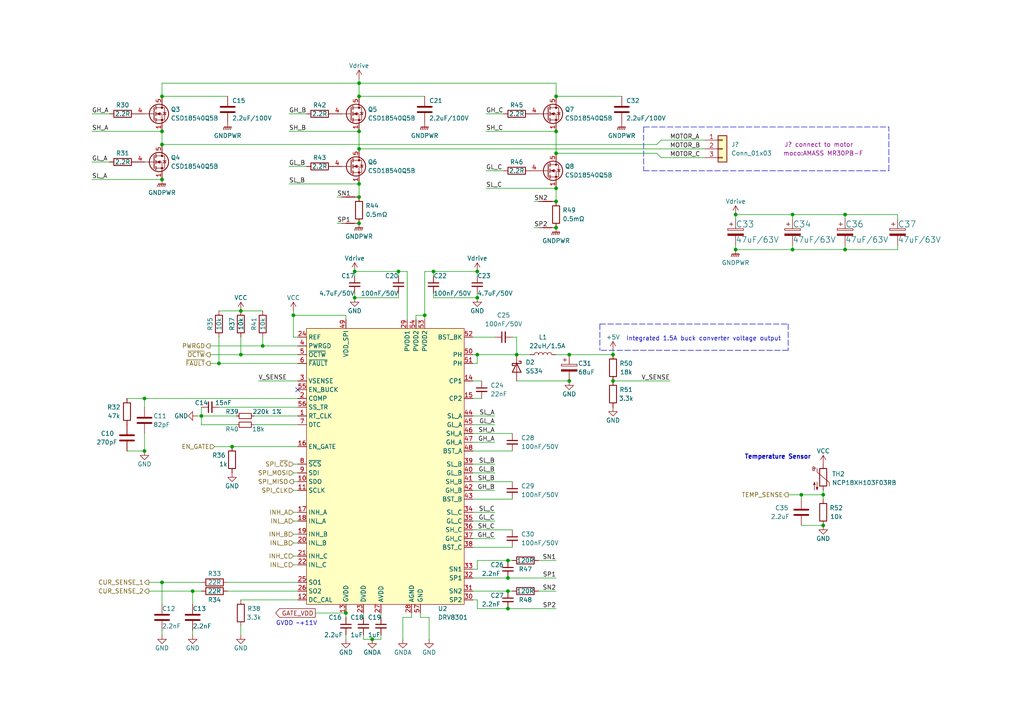
<source format=kicad_sch>
(kicad_sch (version 20211123) (generator eeschema)
  (paper "A4")
  (title_block (title "MoCo") (rev "1.0"))
  (lib_symbols
    (symbol "Connector_Generic:Conn_01x03" (pin_names (offset 1.016) hide)
      (property "Reference" "J" (at 0 5.08 0))
      (property "Value" "Conn_01x03" (at 0 -5.08 0))
      (symbol "Conn_01x03_1_1"
        (pin passive line (at -5.08 2.54 0) (length 3.81) (name "Pin_1") (number "1"))
        (pin passive line (at -5.08 0 0) (length 3.81) (name "Pin_2") (number "2"))
        (pin passive line (at -5.08 -2.54 0) (length 3.81) (name "Pin_3") (number "3"))
      )
    )
    (symbol "Device:C" (pin_numbers hide) (pin_names (offset 0.254))
      (property "Reference" "C" (at 0.635 2.54 0))
      (property "Value" "C" (at 0.635 -2.54 0))
      (symbol "C_1_1"
        (pin passive line (at 0 3.81 270) (length 2.794) (name "~") (number "1"))
        (pin passive line (at 0 -3.81 90) (length 2.794) (name "~") (number "2"))
      )
    )
    (symbol "Device:C_Polarized" (pin_numbers hide) (pin_names (offset 0.254))
      (property "Reference" "C" (at 0.635 2.54 0))
      (property "Value" "C_Polarized" (at 0.635 -2.54 0))
      (symbol "C_Polarized_1_1"
        (pin passive line (at 0 3.81 270) (length 2.794) (name "~") (number "1"))
        (pin passive line (at 0 -3.81 90) (length 2.794) (name "~") (number "2"))
      )
    )
    (symbol "Device:C_Small" (pin_numbers hide) (pin_names (offset 0.254) hide)
      (property "Reference" "C" (at 0.254 1.778 0))
      (property "Value" "C_Small" (at 0.254 -2.032 0))
      (symbol "C_Small_1_1"
        (pin passive line (at 0 2.54 270) (length 2.032) (name "~") (number "1"))
        (pin passive line (at 0 -2.54 90) (length 2.032) (name "~") (number "2"))
      )
    )
    (symbol "Device:L" (pin_numbers hide) (pin_names (offset 1.016) hide)
      (property "Reference" "L" (at -1.27 0 90))
      (property "Value" "L" (at 1.905 0 90))
      (symbol "L_1_1"
        (pin passive line (at 0 3.81 270) (length 1.27) (name "1") (number "1"))
        (pin passive line (at 0 -3.81 90) (length 1.27) (name "2") (number "2"))
      )
    )
    (symbol "Device:NetTie_2" (pin_numbers hide) (pin_names (offset 0) hide)
      (property "Reference" "NT" (at 0 1.27 0))
      (property "Value" "NetTie_2" (at 0 -1.27 0))
      (symbol "NetTie_2_1_1"
        (pin passive line (at -2.54 0 0) (length 2.54) (name "1") (number "1"))
        (pin passive line (at 2.54 0 180) (length 2.54) (name "2") (number "2"))
      )
    )
    (symbol "Device:R" (pin_numbers hide) (pin_names (offset 0))
      (property "Reference" "R" (at 2.032 0 90))
      (property "Value" "R" (at 0 0 90))
      (symbol "R_1_1"
        (pin passive line (at 0 3.81 270) (length 1.27) (name "~") (number "1"))
        (pin passive line (at 0 -3.81 90) (length 1.27) (name "~") (number "2"))
      )
    )
    (symbol "Device:R_Small" (pin_numbers hide) (pin_names (offset 0.254) hide)
      (property "Reference" "R" (at 0.762 0.508 0))
      (property "Value" "R_Small" (at 0.762 -1.016 0))
      (symbol "R_Small_1_1"
        (pin passive line (at 0 2.54 270) (length 0.762) (name "~") (number "1"))
        (pin passive line (at 0 -2.54 90) (length 0.762) (name "~") (number "2"))
      )
    )
    (symbol "Device:Thermistor_NTC" (pin_numbers hide) (pin_names (offset 0))
      (property "Reference" "TH" (at -4.445 0 90))
      (property "Value" "Thermistor_NTC" (at 3.175 0 90))
      (symbol "Thermistor_NTC_1_1"
        (pin passive line (at 0 3.81 270) (length 1.27) (name "~") (number "1"))
        (pin passive line (at 0 -3.81 90) (length 1.27) (name "~") (number "2"))
      )
    )
    (symbol "Diode:MBR340" (pin_numbers hide) (pin_names (offset 1.016) hide)
      (property "Reference" "D" (at 0 2.54 0))
      (property "Value" "MBR340" (at 0 -2.54 0))
      (symbol "MBR340_1_1"
        (pin passive line (at -3.81 0 0) (length 2.54) (name "K") (number "1"))
        (pin passive line (at 3.81 0 180) (length 2.54) (name "A") (number "2"))
      )
    )
    (symbol "Transistor_FET:CSD18540Q5B" (pin_names hide)
      (property "Reference" "Q" (at 5.08 1.905 0))
      (property "Value" "CSD18540Q5B" (at 5.08 0 0))
      (symbol "CSD18540Q5B_1_1"
        (pin passive line (at 2.54 -5.08 90) (length 2.54) (name "S") (number "1"))
        (pin passive line (at 2.54 -5.08 90) (length 2.54) hide (name "S") (number "2"))
        (pin passive line (at 2.54 -5.08 90) (length 2.54) hide (name "S") (number "3"))
        (pin passive line (at -5.08 0 0) (length 2.54) (name "G") (number "4"))
        (pin passive line (at 2.54 5.08 270) (length 2.54) (name "D") (number "5"))
      )
    )
    (symbol "moco:DRV8301"
      (property "Reference" "U" (at 16.51 -39.37 0))
      (property "Value" "DRV8301" (at 20.32 -41.91 0))
      (symbol "DRV8301_0_0"
        (pin input line (at -26.67 16.51 0) (length 2.54) (name "RT_CLK") (number "1"))
        (pin output line (at -26.67 -2.54 0) (length 2.54) (name "SDO") (number "10"))
        (pin input line (at -26.67 -5.08 0) (length 2.54) (name "SCLK") (number "11"))
        (pin input line (at -26.67 -36.83 0) (length 2.54) (name "DC_CAL") (number "12"))
        (pin power_in line (at -12.7 -40.64 90) (length 2.54) (name "GVDD") (number "13"))
        (pin power_in line (at 24.13 26.67 180) (length 2.54) (name "CP1") (number "14"))
        (pin power_in line (at 24.13 21.59 180) (length 2.54) (name "CP2") (number "15"))
        (pin input line (at -26.67 7.62 0) (length 2.54) (name "EN_GATE") (number "16"))
        (pin input line (at -26.67 -11.43 0) (length 2.54) (name "INH_A") (number "17"))
        (pin input line (at -26.67 -13.97 0) (length 2.54) (name "INL_A") (number "18"))
        (pin input line (at -26.67 -17.78 0) (length 2.54) (name "INH_B") (number "19"))
        (pin output line (at -26.67 21.59 0) (length 2.54) (name "COMP") (number "2"))
        (pin input line (at -26.67 -20.32 0) (length 2.54) (name "INL_B") (number "20"))
        (pin input line (at -26.67 -24.13 0) (length 2.54) (name "INH_C") (number "21"))
        (pin input line (at -26.67 -26.67 0) (length 2.54) (name "INL_C") (number "22"))
        (pin power_in line (at -7.62 -40.64 90) (length 2.54) (name "DVDD") (number "23"))
        (pin input line (at -26.67 39.37 0) (length 2.54) (name "REF") (number "24"))
        (pin output line (at -26.67 -31.75 0) (length 2.54) (name "SO1") (number "25"))
        (pin output line (at -26.67 -34.29 0) (length 2.54) (name "SO2") (number "26"))
        (pin power_in line (at -2.54 -40.64 90) (length 2.54) (name "AVDD") (number "27"))
        (pin power_in line (at 6.35 -40.64 90) (length 2.54) (name "AGND") (number "28"))
        (pin power_in line (at 5.08 44.45 270) (length 2.54) (name "PVDD1") (number "29"))
        (pin input line (at -26.67 26.67 0) (length 2.54) (name "VSENSE") (number "3"))
        (pin input line (at 24.13 -36.83 180) (length 2.54) (name "SP2") (number "30"))
        (pin input line (at 24.13 -34.29 180) (length 2.54) (name "SN2") (number "31"))
        (pin input line (at 24.13 -30.48 180) (length 2.54) (name "SP1") (number "32"))
        (pin input line (at 24.13 -27.94 180) (length 2.54) (name "SN1") (number "33"))
        (pin input line (at 24.13 -11.43 180) (length 2.54) (name "SL_C") (number "34"))
        (pin output line (at 24.13 -13.97 180) (length 2.54) (name "GL_C") (number "35"))
        (pin input line (at 24.13 -16.51 180) (length 2.54) (name "SH_C") (number "36"))
        (pin output line (at 24.13 -19.05 180) (length 2.54) (name "GH_C") (number "37"))
        (pin power_in line (at 24.13 -21.59 180) (length 2.54) (name "BST_C") (number "38"))
        (pin input line (at 24.13 2.54 180) (length 2.54) (name "SL_B") (number "39"))
        (pin output line (at -26.67 36.83 0) (length 2.54) (name "PWRGD") (number "4"))
        (pin output line (at 24.13 0 180) (length 2.54) (name "GL_B") (number "40"))
        (pin input line (at 24.13 -2.54 180) (length 2.54) (name "SH_B") (number "41"))
        (pin output line (at 24.13 -5.08 180) (length 2.54) (name "GH_B") (number "42"))
        (pin power_in line (at 24.13 -7.62 180) (length 2.54) (name "BST_B") (number "43"))
        (pin input line (at 24.13 16.51 180) (length 2.54) (name "SL_A") (number "44"))
        (pin output line (at 24.13 13.97 180) (length 2.54) (name "GL_A") (number "45"))
        (pin input line (at 24.13 11.43 180) (length 2.54) (name "SH_A") (number "46"))
        (pin output line (at 24.13 8.89 180) (length 2.54) (name "GH_A") (number "47"))
        (pin power_in line (at 24.13 6.35 180) (length 2.54) (name "BST_A") (number "48"))
        (pin power_in line (at -12.7 44.45 270) (length 2.54) (name "VDD_SPI") (number "49"))
        (pin output line (at -26.67 34.29 0) (length 2.54) (name "~{OCTW}") (number "5"))
        (pin output line (at 24.13 34.29 180) (length 2.54) (name "PH") (number "50"))
        (pin output line (at 24.13 31.75 180) (length 2.54) (name "PH") (number "51"))
        (pin power_in line (at 24.13 39.37 180) (length 2.54) (name "BST_BK") (number "52"))
        (pin power_in line (at 10.16 44.45 270) (length 2.54) (name "PVDD2") (number "53"))
        (pin power_in line (at 7.62 44.45 270) (length 2.54) (name "PVDD2") (number "54"))
        (pin input line (at -26.67 24.13 0) (length 2.54) (name "EN_BUCK") (number "55"))
        (pin input line (at -26.67 19.05 0) (length 2.54) (name "SS_TR") (number "56"))
        (pin power_in line (at 8.89 -40.64 90) (length 2.54) (name "GND") (number "57"))
        (pin output line (at -26.67 31.75 0) (length 2.54) (name "~{FAULT}") (number "6"))
        (pin input line (at -26.67 13.97 0) (length 2.54) (name "DTC") (number "7"))
        (pin input line (at -26.67 2.54 0) (length 2.54) (name "~{SCS}") (number "8"))
        (pin input line (at -26.67 0 0) (length 2.54) (name "SDI") (number "9"))
      )
    )
    (symbol "power:+5V" (power) (pin_names (offset 0))
      (property "Value" "+5V" (at 0 3.556 0))
      (symbol "+5V_1_1"
        (pin power_in line (at 0 0 90) (length 0) hide (name "+5V") (number "1"))
      )
    )
    (symbol "power:GND" (power) (pin_names (offset 0))
      (property "Value" "GND" (at 0 -3.81 0))
      (symbol "GND_1_1"
        (pin power_in line (at 0 0 270) (length 0) hide (name "GND") (number "1"))
      )
    )
    (symbol "power:GNDA" (power) (pin_names (offset 0))
      (property "Value" "GNDA" (at 0 -3.81 0))
      (symbol "GNDA_1_1"
        (pin power_in line (at 0 0 270) (length 0) hide (name "GNDA") (number "1"))
      )
    )
    (symbol "power:GNDPWR" (power) (pin_names (offset 0))
      (property "Value" "GNDPWR" (at 0 -3.302 0))
      (symbol "GNDPWR_1_1"
        (pin power_in line (at 0 0 270) (length 0) hide (name "GNDPWR") (number "1"))
      )
    )
    (symbol "power:VCC" (power) (pin_names (offset 0))
      (property "Value" "VCC" (at 0 3.81 0))
      (symbol "VCC_1_1"
        (pin power_in line (at 0 0 90) (length 0) hide (name "VCC") (number "1"))
      )
    )
    (symbol "power:Vdrive" (power) (pin_names (offset 0))
      (property "Value" "Vdrive" (at 0 3.81 0))
      (symbol "Vdrive_1_1"
        (pin power_in line (at 0 0 90) (length 0) hide (name "Vdrive") (number "1"))
      )
    )
  )
  (junction (at 104.14 27.94))
  (junction (at 165.1 102.87))
  (junction (at 161.29 38.1))
  (junction (at 213.36 62.23))
  (junction (at 58.42 120.65))
  (junction (at 138.43 102.87))
  (junction (at 100.33 177.8))
  (junction (at 149.86 102.87))
  (junction (at 238.76 152.4))
  (junction (at 115.57 78.74))
  (junction (at 229.87 62.23))
  (junction (at 177.8 110.49))
  (junction (at 55.88 171.45))
  (junction (at 102.87 86.36))
  (junction (at 46.99 27.94))
  (junction (at 46.99 41.91))
  (junction (at 104.14 57.15))
  (junction (at 46.99 38.1))
  (junction (at 213.36 72.39))
  (junction (at 41.91 115.57))
  (junction (at 161.29 58.42))
  (junction (at 123.19 91.44))
  (junction (at 76.2 100.33))
  (junction (at 104.14 64.77))
  (junction (at 104.14 43.18))
  (junction (at 147.32 167.64))
  (junction (at 125.73 78.74))
  (junction (at 138.43 78.74))
  (junction (at 161.29 44.45))
  (junction (at 229.87 72.39))
  (junction (at 41.91 130.81))
  (junction (at 177.8 102.87))
  (junction (at 147.32 171.45))
  (junction (at 46.99 168.91))
  (junction (at 85.09 91.44))
  (junction (at 161.29 66.04))
  (junction (at 102.87 78.74))
  (junction (at 161.29 54.61))
  (junction (at 165.1 110.49))
  (junction (at 104.14 38.1))
  (junction (at 161.29 27.94))
  (junction (at 138.43 86.36))
  (junction (at 69.85 102.87))
  (junction (at 69.85 90.17))
  (junction (at 147.32 176.53))
  (junction (at 67.31 129.54))
  (junction (at 107.95 185.42))
  (junction (at 104.14 53.34))
  (junction (at 63.5 105.41))
  (junction (at 245.11 72.39))
  (junction (at 104.14 24.13))
  (junction (at 238.76 143.51))
  (junction (at 46.99 52.07))
  (junction (at 245.11 62.23))
  (junction (at 232.41 143.51))
  (junction (at 147.32 162.56))
  (no_connect (at 86.36 113.03))
  (wire (pts (xy 85.09 161.29) (xy 86.36 161.29)))
  (wire (pts (xy 260.35 72.39) (xy 245.11 72.39)))
  (wire (pts (xy 46.99 38.1) (xy 46.99 41.91)))
  (wire (pts (xy 105.41 185.42) (xy 107.95 185.42)))
  (wire (pts (xy 149.86 97.79) (xy 149.86 102.87)))
  (wire (pts (xy 69.85 173.99) (xy 86.36 173.99)))
  (wire (pts (xy 63.5 97.79) (xy 63.5 105.41)))
  (wire (pts (xy 58.42 118.11) (xy 58.42 120.65)))
  (wire (pts (xy 232.41 143.51) (xy 232.41 144.78)))
  (wire (pts (xy 85.09 91.44) (xy 100.33 91.44)))
  (wire (pts (xy 116.84 179.07) (xy 116.84 185.42)))
  (wire (pts (xy 124.46 179.07) (xy 124.46 185.42)))
  (wire (pts (xy 137.16 105.41) (xy 138.43 105.41)))
  (wire (pts (xy 73.66 120.65) (xy 86.36 120.65)))
  (wire (pts (xy 43.18 171.45) (xy 55.88 171.45)))
  (wire (pts (xy 138.43 165.1) (xy 138.43 162.56)))
  (wire (pts (xy 161.29 102.87) (xy 165.1 102.87)))
  (wire (pts (xy 137.16 167.64) (xy 147.32 167.64)))
  (wire (pts (xy 102.87 80.01) (xy 102.87 78.74)))
  (wire (pts (xy 123.19 91.44) (xy 123.19 92.71)))
  (wire (pts (xy 85.09 148.59) (xy 86.36 148.59)))
  (wire (pts (xy 85.09 139.7) (xy 86.36 139.7)))
  (wire (pts (xy 55.88 184.15) (xy 55.88 182.88)))
  (wire (pts (xy 213.36 62.23) (xy 213.36 63.5)))
  (polyline (pts (xy 228.6 101.6) (xy 173.99 101.6)))
  (wire (pts (xy 143.51 137.16) (xy 137.16 137.16)))
  (wire (pts (xy 85.09 91.44) (xy 85.09 97.79)))
  (wire (pts (xy 76.2 97.79) (xy 76.2 100.33)))
  (wire (pts (xy 137.16 173.99) (xy 138.43 173.99)))
  (wire (pts (xy 115.57 86.36) (xy 115.57 85.09)))
  (wire (pts (xy 85.09 163.83) (xy 86.36 163.83)))
  (wire (pts (xy 229.87 62.23) (xy 229.87 63.5)))
  (wire (pts (xy 118.11 78.74) (xy 115.57 78.74)))
  (wire (pts (xy 46.99 41.91) (xy 190.5 41.91)))
  (wire (pts (xy 147.32 162.56) (xy 148.59 162.56)))
  (wire (pts (xy 238.76 143.51) (xy 238.76 142.24)))
  (wire (pts (xy 41.91 130.81) (xy 41.91 125.73)))
  (wire (pts (xy 83.82 33.02) (xy 88.9 33.02)))
  (wire (pts (xy 115.57 86.36) (xy 102.87 86.36)))
  (wire (pts (xy 104.14 38.1) (xy 104.14 43.18)))
  (wire (pts (xy 143.51 123.19) (xy 137.16 123.19)))
  (wire (pts (xy 125.73 86.36) (xy 138.43 86.36)))
  (wire (pts (xy 149.86 102.87) (xy 153.67 102.87)))
  (wire (pts (xy 41.91 115.57) (xy 86.36 115.57)))
  (wire (pts (xy 120.65 91.44) (xy 123.19 91.44)))
  (wire (pts (xy 140.97 38.1) (xy 161.29 38.1)))
  (polyline (pts (xy 257.81 49.53) (xy 257.81 36.83)))
  (wire (pts (xy 232.41 143.51) (xy 238.76 143.51)))
  (polyline (pts (xy 173.99 93.98) (xy 173.99 101.6)))
  (wire (pts (xy 213.36 72.39) (xy 229.87 72.39)))
  (wire (pts (xy 123.19 78.74) (xy 125.73 78.74)))
  (wire (pts (xy 121.92 179.07) (xy 124.46 179.07)))
  (wire (pts (xy 125.73 86.36) (xy 125.73 85.09)))
  (wire (pts (xy 69.85 90.17) (xy 76.2 90.17)))
  (wire (pts (xy 177.8 101.6) (xy 177.8 102.87)))
  (wire (pts (xy 137.16 102.87) (xy 138.43 102.87)))
  (wire (pts (xy 161.29 27.94) (xy 180.34 27.94)))
  (wire (pts (xy 66.04 168.91) (xy 86.36 168.91)))
  (wire (pts (xy 137.16 97.79) (xy 143.51 97.79)))
  (wire (pts (xy 63.5 105.41) (xy 86.36 105.41)))
  (wire (pts (xy 213.36 72.39) (xy 213.36 71.12)))
  (wire (pts (xy 190.5 44.45) (xy 191.77 45.72)))
  (wire (pts (xy 104.14 53.34) (xy 104.14 57.15)))
  (wire (pts (xy 105.41 185.42) (xy 105.41 184.15)))
  (wire (pts (xy 100.33 185.42) (xy 100.33 184.15)))
  (wire (pts (xy 138.43 176.53) (xy 147.32 176.53)))
  (wire (pts (xy 85.09 90.17) (xy 85.09 91.44)))
  (wire (pts (xy 97.79 57.15) (xy 99.06 57.15)))
  (wire (pts (xy 67.31 129.54) (xy 86.36 129.54)))
  (wire (pts (xy 102.87 85.09) (xy 102.87 86.36)))
  (wire (pts (xy 165.1 102.87) (xy 177.8 102.87)))
  (wire (pts (xy 26.67 46.99) (xy 31.75 46.99)))
  (wire (pts (xy 245.11 62.23) (xy 245.11 63.5)))
  (wire (pts (xy 191.77 45.72) (xy 204.47 45.72)))
  (wire (pts (xy 97.79 64.77) (xy 99.06 64.77)))
  (wire (pts (xy 137.16 153.67) (xy 148.59 153.67)))
  (wire (pts (xy 161.29 44.45) (xy 190.5 44.45)))
  (wire (pts (xy 46.99 168.91) (xy 58.42 168.91)))
  (wire (pts (xy 105.41 179.07) (xy 105.41 177.8)))
  (wire (pts (xy 140.97 54.61) (xy 161.29 54.61)))
  (wire (pts (xy 245.11 62.23) (xy 260.35 62.23)))
  (wire (pts (xy 161.29 176.53) (xy 147.32 176.53)))
  (wire (pts (xy 62.23 129.54) (xy 67.31 129.54)))
  (wire (pts (xy 104.14 24.13) (xy 161.29 24.13)))
  (wire (pts (xy 121.92 177.8) (xy 121.92 179.07)))
  (wire (pts (xy 100.33 91.44) (xy 100.33 92.71)))
  (wire (pts (xy 43.18 168.91) (xy 46.99 168.91)))
  (wire (pts (xy 58.42 120.65) (xy 58.42 123.19)))
  (wire (pts (xy 156.21 162.56) (xy 161.29 162.56)))
  (wire (pts (xy 66.04 171.45) (xy 86.36 171.45)))
  (wire (pts (xy 148.59 144.78) (xy 137.16 144.78)))
  (polyline (pts (xy 186.69 36.83) (xy 186.69 49.53)))
  (wire (pts (xy 104.14 43.18) (xy 204.47 43.18)))
  (wire (pts (xy 161.29 38.1) (xy 161.29 44.45)))
  (wire (pts (xy 229.87 62.23) (xy 245.11 62.23)))
  (wire (pts (xy 60.96 102.87) (xy 69.85 102.87)))
  (wire (pts (xy 260.35 71.12) (xy 260.35 72.39)))
  (wire (pts (xy 161.29 24.13) (xy 161.29 27.94)))
  (wire (pts (xy 125.73 78.74) (xy 138.43 78.74)))
  (wire (pts (xy 69.85 102.87) (xy 86.36 102.87)))
  (wire (pts (xy 143.51 156.21) (xy 137.16 156.21)))
  (wire (pts (xy 85.09 134.62) (xy 86.36 134.62)))
  (wire (pts (xy 76.2 100.33) (xy 86.36 100.33)))
  (wire (pts (xy 73.66 123.19) (xy 86.36 123.19)))
  (wire (pts (xy 143.51 128.27) (xy 137.16 128.27)))
  (wire (pts (xy 138.43 162.56) (xy 147.32 162.56)))
  (wire (pts (xy 60.96 105.41) (xy 63.5 105.41)))
  (wire (pts (xy 104.14 24.13) (xy 104.14 27.94)))
  (wire (pts (xy 143.51 134.62) (xy 137.16 134.62)))
  (wire (pts (xy 83.82 48.26) (xy 88.9 48.26)))
  (wire (pts (xy 190.5 41.91) (xy 191.77 40.64)))
  (wire (pts (xy 107.95 185.42) (xy 110.49 185.42)))
  (wire (pts (xy 85.09 137.16) (xy 86.36 137.16)))
  (wire (pts (xy 69.85 97.79) (xy 69.85 102.87)))
  (polyline (pts (xy 186.69 36.83) (xy 257.81 36.83)))
  (wire (pts (xy 137.16 171.45) (xy 147.32 171.45)))
  (wire (pts (xy 119.38 179.07) (xy 116.84 179.07)))
  (wire (pts (xy 143.51 148.59) (xy 137.16 148.59)))
  (wire (pts (xy 161.29 171.45) (xy 156.21 171.45)))
  (wire (pts (xy 143.51 151.13) (xy 137.16 151.13)))
  (wire (pts (xy 60.96 100.33) (xy 76.2 100.33)))
  (wire (pts (xy 46.99 184.15) (xy 46.99 182.88)))
  (wire (pts (xy 147.32 171.45) (xy 148.59 171.45)))
  (wire (pts (xy 110.49 179.07) (xy 110.49 177.8)))
  (wire (pts (xy 85.09 151.13) (xy 86.36 151.13)))
  (wire (pts (xy 58.42 123.19) (xy 68.58 123.19)))
  (wire (pts (xy 36.83 115.57) (xy 41.91 115.57)))
  (wire (pts (xy 85.09 142.24) (xy 86.36 142.24)))
  (wire (pts (xy 229.87 72.39) (xy 229.87 71.12)))
  (wire (pts (xy 46.99 24.13) (xy 46.99 27.94)))
  (wire (pts (xy 232.41 152.4) (xy 238.76 152.4)))
  (wire (pts (xy 91.44 177.8) (xy 100.33 177.8)))
  (wire (pts (xy 260.35 62.23) (xy 260.35 63.5)))
  (wire (pts (xy 138.43 165.1) (xy 137.16 165.1)))
  (wire (pts (xy 245.11 72.39) (xy 245.11 71.12)))
  (wire (pts (xy 119.38 179.07) (xy 119.38 177.8)))
  (wire (pts (xy 55.88 175.26) (xy 55.88 171.45)))
  (wire (pts (xy 26.67 38.1) (xy 46.99 38.1)))
  (wire (pts (xy 143.51 120.65) (xy 137.16 120.65)))
  (wire (pts (xy 118.11 78.74) (xy 118.11 92.71)))
  (wire (pts (xy 148.59 158.75) (xy 137.16 158.75)))
  (wire (pts (xy 85.09 154.94) (xy 86.36 154.94)))
  (wire (pts (xy 138.43 85.09) (xy 138.43 86.36)))
  (wire (pts (xy 140.97 49.53) (xy 146.05 49.53)))
  (polyline (pts (xy 228.6 93.98) (xy 228.6 101.6)))
  (wire (pts (xy 154.94 66.04) (xy 156.21 66.04)))
  (wire (pts (xy 238.76 143.51) (xy 238.76 144.78)))
  (wire (pts (xy 58.42 120.65) (xy 68.58 120.65)))
  (wire (pts (xy 148.59 97.79) (xy 149.86 97.79)))
  (wire (pts (xy 74.93 110.49) (xy 86.36 110.49)))
  (wire (pts (xy 41.91 130.81) (xy 36.83 130.81)))
  (wire (pts (xy 104.14 27.94) (xy 123.19 27.94)))
  (wire (pts (xy 213.36 62.23) (xy 229.87 62.23)))
  (wire (pts (xy 138.43 80.01) (xy 138.43 78.74)))
  (wire (pts (xy 229.87 72.39) (xy 245.11 72.39)))
  (wire (pts (xy 148.59 130.81) (xy 137.16 130.81)))
  (wire (pts (xy 115.57 78.74) (xy 115.57 80.01)))
  (wire (pts (xy 228.6 143.51) (xy 232.41 143.51)))
  (wire (pts (xy 149.86 110.49) (xy 165.1 110.49)))
  (wire (pts (xy 46.99 175.26) (xy 46.99 168.91)))
  (wire (pts (xy 191.77 40.64) (xy 204.47 40.64)))
  (wire (pts (xy 26.67 52.07) (xy 46.99 52.07)))
  (wire (pts (xy 55.88 171.45) (xy 58.42 171.45)))
  (wire (pts (xy 194.31 110.49) (xy 177.8 110.49)))
  (wire (pts (xy 120.65 92.71) (xy 120.65 91.44)))
  (wire (pts (xy 46.99 27.94) (xy 66.04 27.94)))
  (wire (pts (xy 143.51 142.24) (xy 137.16 142.24)))
  (wire (pts (xy 140.97 33.02) (xy 146.05 33.02)))
  (wire (pts (xy 100.33 179.07) (xy 100.33 177.8)))
  (wire (pts (xy 137.16 139.7) (xy 148.59 139.7)))
  (wire (pts (xy 161.29 54.61) (xy 161.29 58.42)))
  (wire (pts (xy 139.7 115.57) (xy 137.16 115.57)))
  (wire (pts (xy 110.49 185.42) (xy 110.49 184.15)))
  (polyline (pts (xy 186.69 49.53) (xy 257.81 49.53)))
  (wire (pts (xy 41.91 118.11) (xy 41.91 115.57)))
  (wire (pts (xy 63.5 90.17) (xy 69.85 90.17)))
  (wire (pts (xy 139.7 110.49) (xy 137.16 110.49)))
  (wire (pts (xy 57.15 120.65) (xy 58.42 120.65)))
  (wire (pts (xy 83.82 53.34) (xy 104.14 53.34)))
  (wire (pts (xy 154.94 58.42) (xy 156.21 58.42)))
  (wire (pts (xy 138.43 173.99) (xy 138.43 176.53)))
  (wire (pts (xy 138.43 102.87) (xy 149.86 102.87)))
  (wire (pts (xy 69.85 184.15) (xy 69.85 181.61)))
  (polyline (pts (xy 173.99 93.98) (xy 228.6 93.98)))
  (wire (pts (xy 63.5 118.11) (xy 86.36 118.11)))
  (wire (pts (xy 85.09 157.48) (xy 86.36 157.48)))
  (wire (pts (xy 104.14 22.86) (xy 104.14 24.13)))
  (wire (pts (xy 115.57 78.74) (xy 102.87 78.74)))
  (wire (pts (xy 125.73 78.74) (xy 125.73 80.01)))
  (wire (pts (xy 46.99 24.13) (xy 104.14 24.13)))
  (wire (pts (xy 85.09 97.79) (xy 86.36 97.79)))
  (wire (pts (xy 138.43 102.87) (xy 138.43 105.41)))
  (wire (pts (xy 123.19 91.44) (xy 123.19 78.74)))
  (wire (pts (xy 83.82 38.1) (xy 104.14 38.1)))
  (wire (pts (xy 137.16 125.73) (xy 148.59 125.73)))
  (wire (pts (xy 26.67 33.02) (xy 31.75 33.02)))
  (wire (pts (xy 147.32 167.64) (xy 161.29 167.64)))
  (text "Integrated 1.5A buck converter voltage output" (at 181.61 99.06 0) (effects (font (size 1.27 1.27)) (justify left bottom)))
  (text "Temperature Sensor" (at 215.9 133.35 0) (effects (font (size 1.27 1.27) (thickness 0.254) bold) (justify left bottom)))
  (text "GVDD ~+11V" (at 80.01 181.61 0) (effects (font (size 1.27 1.27)) (justify left bottom)))
  (label "GL_A" (at 143.51 123.19 180))
  (label "GL_C" (at 140.97 49.53 0))
  (label "SP2" (at 154.94 66.04 0))
  (label "SH_A" (at 143.51 125.73 180))
  (label "SP2" (at 161.29 176.53 180))
  (label "SH_C" (at 140.97 38.1 0))
  (label "SH_C" (at 143.51 153.67 180))
  (label "MOTOR_A" (at 194.31 40.64 0))
  (label "MOTOR_B" (at 194.31 43.18 0))
  (label "SH_A" (at 26.67 38.1 0))
  (label "GL_B" (at 83.82 48.26 0))
  (label "SH_B" (at 83.82 38.1 0))
  (label "SL_C" (at 140.97 54.61 0))
  (label "GL_B" (at 143.51 137.16 180))
  (label "GH_A" (at 143.51 128.27 180))
  (label "SL_C" (at 143.51 148.59 180))
  (label "V_SENSE" (at 194.31 110.49 180))
  (label "GH_B" (at 143.51 142.24 180))
  (label "V_SENSE" (at 74.93 110.49 0))
  (label "SL_A" (at 26.67 52.07 0))
  (label "GH_B" (at 83.82 33.02 0))
  (label "GL_A" (at 26.67 46.99 0))
  (label "SL_B" (at 143.51 134.62 180))
  (label "SL_B" (at 83.82 53.34 0))
  (label "SP1" (at 97.79 64.77 0))
  (label "SN2" (at 161.29 171.45 180))
  (label "SL_A" (at 143.51 120.65 180))
  (label "GH_A" (at 26.67 33.02 0))
  (label "SH_B" (at 143.51 139.7 180))
  (label "SN1" (at 161.29 162.56 180))
  (label "SN2" (at 154.94 58.42 0))
  (label "GH_C" (at 143.51 156.21 180))
  (label "GL_C" (at 143.51 151.13 180))
  (label "MOTOR_C" (at 194.31 45.72 0))
  (label "SP1" (at 161.29 167.64 180))
  (label "GH_C" (at 140.97 33.02 0))
  (label "SN1" (at 97.79 57.15 0))
  (global_label "GATE_VDD" (shape output) (at 91.44 177.8 180) (property "Intersheet References" "${INTERSHEET_REFS}" (effects hide)))
  (hierarchical_label "CUR_SENSE_2" (shape output) (at 43.18 171.45 180))
  (hierarchical_label "INH_B" (shape input) (at 85.09 154.94 180))
  (hierarchical_label "INH_C" (shape input) (at 85.09 161.29 180))
  (hierarchical_label "INL_B" (shape input) (at 85.09 157.48 180))
  (hierarchical_label "SPI_CLK" (shape input) (at 85.09 142.24 180))
  (hierarchical_label "EN_GATE" (shape input) (at 62.23 129.54 180))
  (hierarchical_label "INL_C" (shape input) (at 85.09 163.83 180))
  (hierarchical_label "INL_A" (shape input) (at 85.09 151.13 180))
  (hierarchical_label "~{FAULT}" (shape output) (at 60.96 105.41 180))
  (hierarchical_label "SPI_MISO" (shape output) (at 85.09 139.7 180))
  (hierarchical_label "PWRGD" (shape output) (at 60.96 100.33 180))
  (hierarchical_label "SPI_MOSI" (shape input) (at 85.09 137.16 180))
  (hierarchical_label "TEMP_SENSE" (shape output) (at 228.6 143.51 180))
  (hierarchical_label "SPI_~{CS}" (shape input) (at 85.09 134.62 180))
  (hierarchical_label "~{OCTW}" (shape output) (at 60.96 102.87 180))
  (hierarchical_label "CUR_SENSE_1" (shape output) (at 43.18 168.91 180))
  (hierarchical_label "INH_A" (shape input) (at 85.09 148.59 180))
  (symbol (lib_id "power:VCC") (at 69.85 90.17 0) (unit 1)
    (property "Reference" "#PWR066" (effects hide))
    (property "Value" "VCC" (at 69.85 86.36 0))
  )
  (symbol (lib_id "Device:R") (at 238.76 148.59 180) (unit 1)
    (property "Reference" "R52" (at 242.57 147.32 0))
    (property "Value" "10k" (at 242.57 149.86 0))
    (property "Footprint" "Resistor_SMD:R_0402_1005Metric" (effects hide))
    (property "JLCPCB Part #" "C25744" (effects hide))
    (property "MFR.Part #" "0402WGF1002TCE" (effects hide))
  )
  (symbol (lib_id "Connector_Generic:Conn_01x03") (at 209.55 43.18 0) (unit 1)
    (property "Reference" "J?" (at 212.09 41.9099 0) (effects (justify left)))
    (property "Value" "Conn_01x03" (at 212.09 44.4499 0) (effects (justify left)))
    (property "Footprint" "moco:AMASS MR30PB-F" (at 238.76 44.45 0))
    (property "Note" "${REFERENCE} connect to motor" (at 237.49 41.91 0))
  )
  (symbol (lib_id "power:GND") (at 46.99 184.15 0) (unit 1)
    (property "Reference" "#PWR061" (effects hide))
    (property "Value" "GND" (at 46.99 187.96 0))
  )
  (symbol (lib_id "power:GND") (at 69.85 184.15 0) (unit 1)
    (property "Reference" "#PWR067" (effects hide))
    (property "Value" "GND" (at 69.85 187.96 0))
  )
  (symbol (lib_id "power:GND") (at 57.15 120.65 270) (unit 1)
    (property "Reference" "#PWR063" (effects hide))
    (property "Value" "GND" (at 54.61 120.65 90) (effects (justify right)))
  )
  (symbol (lib_id "power:GNDPWR") (at 161.29 66.04 0) (unit 1)
    (property "Reference" "#PWR080" (effects hide))
    (property "Value" "GNDPWR" (at 161.29 69.85 0))
  )
  (symbol (lib_id "power:Vdrive") (at 138.43 78.74 0) (unit 1)
    (property "Reference" "#PWR078" (effects hide))
    (property "Value" "Vdrive" (at 138.43 74.93 0))
  )
  (symbol (lib_id "power:GNDPWR") (at 123.19 35.56 0) (unit 1)
    (property "Reference" "#PWR076" (effects hide))
    (property "Value" "GNDPWR" (at 123.19 39.37 0))
  )
  (symbol (lib_id "Device:C_Small") (at 146.05 97.79 90) (unit 1)
    (property "Reference" "C25" (at 146.0563 91.44 90))
    (property "Value" "100nF/50V" (at 146.0563 93.98 90))
    (property "Footprint" "Capacitor_SMD:C_0603_1608Metric" (effects hide))
    (property "JLCPCB Part #" "C14663" (effects hide))
    (property "MFR.Part #" "CC0603KRX7R9BB104" (effects hide))
  )
  (symbol (lib_id "power:+5V") (at 177.8 101.6 0) (unit 1)
    (property "Reference" "#PWR082" (effects hide))
    (property "Value" "+5V" (at 177.8 97.79 0))
  )
  (symbol (lib_id "Device:L") (at 157.48 102.87 90) (unit 1)
    (property "Reference" "L1" (at 157.48 97.79 90))
    (property "Value" "22uH/1.5A" (at 158.75 100.33 90))
    (property "Footprint" "Inductor_SMD:L_Bourns-SRN8040_8x8.15mm" (effects hide))
    (property "JLCPCB Part #" "C354640" (effects hide))
    (property "MFR.Part #" "CKCS8040-22uH/M" (effects hide))
  )
  (symbol (lib_id "Device:R") (at 69.85 177.8 180) (unit 1)
    (property "Reference" "R38" (at 73.66 176.53 0))
    (property "Value" "3.3k" (at 73.66 179.07 0))
    (property "Footprint" "Resistor_SMD:R_0402_1005Metric" (effects hide))
    (property "JLCPCB Part #" "C25890" (effects hide))
    (property "MFR.Part #" "0402WGF3301TCE" (effects hide))
  )
  (symbol (lib_id "Device:C_Small") (at 102.87 82.55 0) (mirror y) (unit 1)
    (property "Reference" "C17" (at 102.87 80.01 0) (effects (justify left)))
    (property "Value" "4.7uF/50V" (at 102.87 85.09 0) (effects (justify left)))
    (property "Footprint" "Capacitor_SMD:C_1206_3216Metric" (effects hide))
    (property "JLCPCB Part #" "C29823" (effects hide))
    (property "MFR.Part #" "1206B475K500NT" (effects hide))
  )
  (symbol (lib_id "Device:R") (at 69.85 93.98 180) (unit 1)
    (property "Reference" "R37" (at 67.31 93.98 90))
    (property "Value" "10k" (at 69.85 93.98 90))
    (property "Footprint" "Resistor_SMD:R_0402_1005Metric" (effects hide))
    (property "JLCPCB Part #" "C25744" (effects hide))
    (property "MFR.Part #" "0402WGF1002TCE" (effects hide))
  )
  (symbol (lib_id "Device:C_Small") (at 105.41 181.61 0) (unit 1)
    (property "Reference" "C18" (at 101.6 179.07 0) (effects (justify left)))
    (property "Value" "1uF" (at 101.6 184.15 0) (effects (justify left)))
    (property "Footprint" "Capacitor_SMD:C_0402_1005Metric" (effects hide))
    (property "JLCPCB Part #" "C52923" (effects hide))
    (property "MFR.Part #" "CL05A105KA5NQNC" (effects hide))
  )
  (symbol (lib_id "power:Vdrive") (at 213.36 62.23 0) (unit 1)
    (property "Reference" "#PWR085" (effects hide))
    (property "Value" "Vdrive" (at 213.36 58.42 0))
  )
  (symbol (lib_id "Device:R") (at 177.8 106.68 180) (unit 1)
    (property "Reference" "R50" (at 181.61 105.41 0))
    (property "Value" "18k" (at 181.61 107.95 0))
    (property "Footprint" "Resistor_SMD:R_0402_1005Metric" (effects hide))
    (property "JLCPCB Part #" "C25762" (effects hide))
    (property "MFR.Part #" "0402WGF1802TCE" (effects hide))
  )
  (symbol (lib_id "Device:C") (at 66.04 31.75 0) (unit 1)
    (property "Reference" "C15" (at 67.31 29.21 0) (effects (justify left)))
    (property "Value" "2.2uF/100V" (at 67.31 34.29 0) (effects (justify left)))
    (property "Footprint" "Capacitor_SMD:C_1206_3216Metric" (effects hide))
    (property "JLCPCB Part #" "C650969" (effects hide))
    (property "MFR.Part #" "HMK316AC7225KLHTE" (effects hide))
  )
  (symbol (lib_id "power:GND") (at 238.76 152.4 0) (unit 1)
    (property "Reference" "#PWR088" (effects hide))
    (property "Value" "GND" (at 238.76 156.21 0))
  )
  (symbol (lib_id "Device:R") (at 92.71 48.26 270) (unit 1)
    (property "Reference" "R43" (at 92.71 45.72 90))
    (property "Value" "2.2R" (at 92.71 48.26 90))
    (property "Footprint" "Resistor_SMD:R_0603_1608Metric" (effects hide))
    (property "JLCPCB Part #" "C25226" (effects hide))
    (property "MFR.Part #" "0603WAJ022JT5E" (effects hide))
  )
  (symbol (lib_id "power:GNDPWR") (at 213.36 72.39 0) (unit 1)
    (property "Reference" "#PWR086" (effects hide))
    (property "Value" "GNDPWR" (at 213.36 76.2 0))
  )
  (symbol (lib_id "Device:R") (at 63.5 93.98 180) (unit 1)
    (property "Reference" "R35" (at 60.96 93.98 90))
    (property "Value" "10k" (at 63.5 93.98 90))
    (property "Footprint" "Resistor_SMD:R_0402_1005Metric" (effects hide))
    (property "JLCPCB Part #" "C25744" (effects hide))
    (property "MFR.Part #" "0402WGF1002TCE" (effects hide))
  )
  (symbol (lib_id "power:GND") (at 41.91 130.81 0) (unit 1)
    (property "Reference" "#PWR059" (effects hide))
    (property "Value" "GND" (at 41.91 134.62 0))
  )
  (symbol (lib_id "power:GNDA") (at 107.95 185.42 0) (unit 1)
    (property "Reference" "#PWR074" (effects hide))
    (property "Value" "GNDA" (at 107.95 189.23 0))
  )
  (symbol (lib_id "Device:C_Small") (at 138.43 82.55 0) (unit 1)
    (property "Reference" "C23" (at 138.43 80.01 0) (effects (justify left)))
    (property "Value" "4.7uF/50V" (at 138.43 85.09 0) (effects (justify left)))
    (property "Footprint" "Capacitor_SMD:C_1206_3216Metric" (effects hide))
    (property "JLCPCB Part #" "C29823" (effects hide))
    (property "MFR.Part #" "1206B475K500NT" (effects hide))
  )
  (symbol (lib_id "Device:C") (at 123.19 31.75 0) (unit 1)
    (property "Reference" "C21" (at 124.46 29.21 0) (effects (justify left)))
    (property "Value" "2.2uF/100V" (at 124.46 34.29 0) (effects (justify left)))
    (property "Footprint" "Capacitor_SMD:C_1206_3216Metric" (effects hide))
    (property "JLCPCB Part #" "C650969" (effects hide))
    (property "MFR.Part #" "HMK316AC7225KLHTE" (effects hide))
  )
  (symbol (lib_id "Device:R_Small") (at 71.12 120.65 90) (unit 1)
    (property "Reference" "R39" (at 67.31 119.38 90))
    (property "Value" "220k 1%" (at 77.47 119.38 90))
    (property "Footprint" "Resistor_SMD:R_0402_1005Metric" (effects hide))
  )
  (symbol (lib_id "Device:C_Polarized") (at 245.11 67.31 0) (unit 1)
    (property "Reference" "C36" (at 245.11 66.04 0) (effects (font (size 1.778 1.778)) (justify left bottom)))
    (property "Value" "47uF/63V" (at 245.11 68.58 0) (effects (font (size 1.651 1.651)) (justify left top)))
    (property "Footprint" "Capacitor_SMD:CP_Elec_8x10" (effects hide))
    (property "JLCPCB Part #" "C72524" (effects hide))
    (property "MFR.Part #" "RVT1J470M0810" (effects hide))
  )
  (symbol (lib_id "Device:C_Small") (at 147.32 173.99 0) (unit 1)
    (property "Reference" "C27" (at 142.24 172.72 0) (effects (justify left)))
    (property "Value" "2.2nF" (at 139.7 175.26 0) (effects (justify left)))
    (property "Footprint" "Capacitor_SMD:C_0603_1608Metric" (effects hide))
    (property "JLCPCB Part #" "C1604" (effects hide))
    (property "MFR.Part #" "0603B222K500NT" (effects hide))
  )
  (symbol (lib_id "Diode:MBR340") (at 149.86 106.68 270) (unit 1)
    (property "Reference" "D2" (at 152.4 105.0924 90) (effects (justify left)))
    (property "Value" "SS34" (at 152.4 107.6324 90) (effects (justify left)))
    (property "Footprint" "Diode_SMD:D_SMA" (effects hide))
    (property "JLCPCB Part #" "C8678" (effects hide))
    (property "MFR.Part #" "SS34" (effects hide))
  )
  (symbol (lib_id "power:Vdrive") (at 104.14 22.86 0) (unit 1)
    (property "Reference" "#PWR072" (effects hide))
    (property "Value" "Vdrive" (at 104.14 19.05 0))
  )
  (symbol (lib_id "Device:C_Small") (at 148.59 128.27 0) (unit 1)
    (property "Reference" "C28" (at 151.13 127.0062 0) (effects (justify left)))
    (property "Value" "100nF/50V" (at 151.13 129.5462 0) (effects (justify left)))
    (property "Footprint" "Capacitor_SMD:C_0603_1608Metric" (effects hide))
    (property "JLCPCB Part #" "C14663" (effects hide))
    (property "MFR.Part #" "CC0603KRX7R9BB104" (effects hide))
  )
  (symbol (lib_id "power:GND") (at 102.87 86.36 0) (mirror y) (unit 1)
    (property "Reference" "#PWR071" (effects hide))
    (property "Value" "GND" (at 102.87 90.17 0))
  )
  (symbol (lib_id "power:GND") (at 55.88 184.15 0) (unit 1)
    (property "Reference" "#PWR062" (effects hide))
    (property "Value" "GND" (at 55.88 187.96 0))
  )
  (symbol (lib_id "Device:C_Small") (at 115.57 82.55 0) (mirror y) (unit 1)
    (property "Reference" "C20" (at 115.57 80.01 0) (effects (justify left)))
    (property "Value" "100nF/50V" (at 115.57 85.09 0) (effects (justify left)))
    (property "Footprint" "Capacitor_SMD:C_0603_1608Metric" (effects hide))
    (property "JLCPCB Part #" "C14663" (effects hide))
    (property "MFR.Part #" "CC0603KRX7R9BB104" (effects hide))
  )
  (symbol (lib_id "Device:R") (at 152.4 171.45 90) (unit 1)
    (property "Reference" "R48" (at 152.4 173.99 90))
    (property "Value" "120R" (at 152.4 171.45 90))
    (property "Footprint" "Resistor_SMD:R_0402_1005Metric" (effects hide))
    (property "JLCPCB Part #" "C25079" (effects hide))
    (property "MFR.Part #" "0402WGF1200TCE" (effects hide))
  )
  (symbol (lib_id "Device:C_Small") (at 110.49 181.61 0) (unit 1)
    (property "Reference" "C19" (at 106.68 179.07 0) (effects (justify left)))
    (property "Value" "1uF" (at 106.68 184.15 0) (effects (justify left)))
    (property "Footprint" "Capacitor_SMD:C_0402_1005Metric" (effects hide))
    (property "JLCPCB Part #" "C52923" (effects hide))
    (property "MFR.Part #" "CL05A105KA5NQNC" (effects hide))
  )
  (symbol (lib_id "power:Vdrive") (at 102.87 78.74 0) (mirror y) (unit 1)
    (property "Reference" "#PWR070" (effects hide))
    (property "Value" "Vdrive" (at 102.87 74.93 0))
  )
  (symbol (lib_id "Transistor_FET:CSD18540Q5B") (at 101.6 33.02 0) (unit 1)
    (property "Reference" "Q5" (at 106.68 31.75 0) (effects (justify left)))
    (property "Value" "CSD18540Q5B" (at 106.68 34.29 0) (effects (justify left)))
    (property "Footprint" "Package_TO_SOT_SMD:TDSON-8-1" (effects hide))
    (property "Datasheet" "http://www.ti.com/lit/gpn/csd18540q5b" (effects hide))
    (property "JLCPCB Part #" "C86513" (effects hide))
    (property "MFR.Part #" "CSD18540Q5B" (effects hide))
  )
  (symbol (lib_id "power:GNDA") (at 116.84 185.42 0) (unit 1)
    (property "Reference" "#PWR075" (effects hide))
    (property "Value" "GNDA" (at 116.84 189.23 0))
  )
  (symbol (lib_id "Device:C") (at 41.91 121.92 0) (unit 1)
    (property "Reference" "C11" (at 44.45 120.65 0) (effects (justify left)))
    (property "Value" "82pF" (at 44.45 123.19 0) (effects (justify left)))
    (property "Footprint" "Capacitor_SMD:C_0402_1005Metric" (effects hide))
    (property "JLCPCB Part #" "C107011" (effects hide))
    (property "MFR.Part #" "CC0402JRNPO9BN820" (effects hide))
  )
  (symbol (lib_id "moco:DRV8301") (at 113.03 137.16 0) (unit 1)
    (property "Reference" "U2" (at 127 176.53 0) (effects (justify left)))
    (property "Value" "DRV8301" (at 127 179.07 0) (effects (justify left)))
    (property "Footprint" "Package_SO:HTSSOP-56-1EP_6.1x14mm_P0.5mm_EP3.61x6.35mm" (effects hide))
    (property "JLCPCB Part #" "C98969" (effects hide))
    (property "MFR.Part #" "DRV8301DCAR" (effects hide))
  )
  (symbol (lib_id "Transistor_FET:CSD18540Q5B") (at 158.75 33.02 0) (unit 1)
    (property "Reference" "Q7" (at 163.83 31.75 0) (effects (justify left)))
    (property "Value" "CSD18540Q5B" (at 163.83 34.29 0) (effects (justify left)))
    (property "Footprint" "Package_TO_SOT_SMD:TDSON-8-1" (effects hide))
    (property "Datasheet" "http://www.ti.com/lit/gpn/csd18540q5b" (effects hide))
    (property "JLCPCB Part #" "C86513" (effects hide))
    (property "MFR.Part #" "CSD18540Q5B" (effects hide))
  )
  (symbol (lib_id "Device:R_Small") (at 71.12 123.19 90) (unit 1)
    (property "Reference" "R40" (at 67.31 124.46 90))
    (property "Value" "18k" (at 74.93 124.46 90))
    (property "Footprint" "Resistor_SMD:R_0402_1005Metric" (effects hide))
    (property "JLCPCB Part #" "C25762" (effects hide))
    (property "MFR.Part #" "0402WGF1802TCE" (effects hide))
  )
  (symbol (lib_id "Device:C") (at 232.41 148.59 0) (unit 1)
    (property "Reference" "C35" (at 224.79 147.32 0) (effects (justify left)))
    (property "Value" "2.2uF" (at 223.52 149.86 0) (effects (justify left)))
    (property "Footprint" "Capacitor_SMD:C_0402_1005Metric" (effects hide))
    (property "JLCPCB Part #" "C501836" (effects hide))
    (property "MFR.Part #" "0402X225K160NT" (effects hide))
  )
  (symbol (lib_id "Device:C_Small") (at 147.32 165.1 0) (unit 1)
    (property "Reference" "C26" (at 142.24 163.83 0) (effects (justify left)))
    (property "Value" "2.2nF" (at 139.7 166.37 0) (effects (justify left)))
    (property "Footprint" "Capacitor_SMD:C_0603_1608Metric" (effects hide))
    (property "JLCPCB Part #" "C1604" (effects hide))
    (property "MFR.Part #" "0603B222K500NT" (effects hide))
  )
  (symbol (lib_id "Transistor_FET:CSD18540Q5B") (at 158.75 49.53 0) (unit 1)
    (property "Reference" "Q8" (at 163.83 48.26 0) (effects (justify left)))
    (property "Value" "CSD18540Q5B" (at 163.83 50.8 0) (effects (justify left)))
    (property "Footprint" "Package_TO_SOT_SMD:TDSON-8-1" (effects hide))
    (property "Datasheet" "http://www.ti.com/lit/gpn/csd18540q5b" (effects hide))
    (property "JLCPCB Part #" "C86513" (effects hide))
    (property "MFR.Part #" "CSD18540Q5B" (effects hide))
  )
  (symbol (lib_id "Device:R") (at 161.29 62.23 0) (unit 1)
    (property "Reference" "R49" (at 165.1 60.96 0))
    (property "Value" "0.5mΩ" (at 166.37 63.5 0))
    (property "Footprint" "Resistor_SMD:R_2512_6332Metric" (effects hide))
  )
  (symbol (lib_id "Device:C") (at 46.99 179.07 0) (unit 1)
    (property "Reference" "C12" (at 46.99 176.53 0) (effects (justify left)))
    (property "Value" "2.2nF" (at 46.99 181.61 0) (effects (justify left)))
    (property "Footprint" "Capacitor_SMD:C_0603_1608Metric" (effects hide))
    (property "JLCPCB Part #" "C1604" (effects hide))
    (property "MFR.Part #" "0603B222K500NT" (effects hide))
  )
  (symbol (lib_id "Device:R") (at 35.56 46.99 270) (unit 1)
    (property "Reference" "R31" (at 35.56 44.45 90))
    (property "Value" "2.2R" (at 35.56 46.99 90))
    (property "Footprint" "Resistor_SMD:R_0603_1608Metric" (effects hide))
    (property "JLCPCB Part #" "C25226" (effects hide))
    (property "MFR.Part #" "0603WAJ022JT5E" (effects hide))
  )
  (symbol (lib_id "Device:R") (at 149.86 33.02 270) (unit 1)
    (property "Reference" "R45" (at 149.86 30.48 90))
    (property "Value" "2.2R" (at 149.86 33.02 90))
    (property "Footprint" "Resistor_SMD:R_0603_1608Metric" (effects hide))
    (property "JLCPCB Part #" "C25226" (effects hide))
    (property "MFR.Part #" "0603WAJ022JT5E" (effects hide))
  )
  (symbol (lib_id "power:GND") (at 124.46 185.42 0) (unit 1)
    (property "Reference" "#PWR077" (effects hide))
    (property "Value" "GND" (at 124.46 189.23 0))
  )
  (symbol (lib_id "power:GND") (at 165.1 110.49 0) (unit 1)
    (property "Reference" "#PWR081" (effects hide))
    (property "Value" "GND" (at 165.1 114.3 0))
  )
  (symbol (lib_id "Transistor_FET:CSD18540Q5B") (at 101.6 48.26 0) (unit 1)
    (property "Reference" "Q6" (at 106.68 46.99 0) (effects (justify left)))
    (property "Value" "CSD18540Q5B" (at 106.68 49.53 0) (effects (justify left)))
    (property "Footprint" "Package_TO_SOT_SMD:TDSON-8-1" (effects hide))
    (property "Datasheet" "http://www.ti.com/lit/gpn/csd18540q5b" (effects hide))
    (property "JLCPCB Part #" "C86513" (effects hide))
    (property "MFR.Part #" "CSD18540Q5B" (effects hide))
  )
  (symbol (lib_id "Device:C_Small") (at 60.96 118.11 90) (unit 1)
    (property "Reference" "C14" (at 58.42 116.84 90))
    (property "Value" "15nF" (at 64.77 116.84 90))
    (property "Footprint" "Capacitor_SMD:C_0402_1005Metric" (effects hide))
  )
  (symbol (lib_id "Device:C_Small") (at 148.59 142.24 0) (unit 1)
    (property "Reference" "C29" (at 151.13 140.9762 0) (effects (justify left)))
    (property "Value" "100nF/50V" (at 151.13 143.5162 0) (effects (justify left)))
    (property "Footprint" "Capacitor_SMD:C_0603_1608Metric" (effects hide))
    (property "JLCPCB Part #" "C14663" (effects hide))
    (property "MFR.Part #" "CC0603KRX7R9BB104" (effects hide))
  )
  (symbol (lib_id "Device:NetTie_2") (at 158.75 66.04 0) (unit 1) (in_bom no)
    (property "Reference" "NT9" (effects hide))
    (property "Value" "NetTie_2" (effects hide))
    (property "Footprint" "NetTie:NetTie-2_SMD_Pad0.5mm" (effects hide))
  )
  (symbol (lib_id "Device:NetTie_2") (at 158.75 58.42 0) (unit 1) (in_bom no)
    (property "Reference" "NT8" (effects hide))
    (property "Value" "NetTie_2" (effects hide))
    (property "Footprint" "NetTie:NetTie-2_SMD_Pad0.5mm" (effects hide))
  )
  (symbol (lib_id "power:GNDPWR") (at 66.04 35.56 0) (unit 1)
    (property "Reference" "#PWR064" (effects hide))
    (property "Value" "GNDPWR" (at 66.04 39.37 0))
  )
  (symbol (lib_id "Device:NetTie_2") (at 101.6 57.15 0) (unit 1) (in_bom no)
    (property "Reference" "NT5" (effects hide))
    (property "Value" "NetTie_2" (effects hide))
    (property "Footprint" "NetTie:NetTie-2_SMD_Pad0.5mm" (effects hide))
  )
  (symbol (lib_id "Device:C") (at 36.83 127 0) (unit 1)
    (property "Reference" "C10" (at 29.21 125.73 0) (effects (justify left)))
    (property "Value" "270pF" (at 27.94 128.27 0) (effects (justify left)))
    (property "Footprint" "Capacitor_SMD:C_0402_1005Metric" (effects hide))
    (property "JLCPCB Part #" "C524551" (effects hide))
    (property "MFR.Part #" "GCM1555C1H271JA16D" (effects hide))
  )
  (symbol (lib_id "Device:C_Small") (at 125.73 82.55 0) (unit 1)
    (property "Reference" "C22" (at 125.73 80.01 0) (effects (justify left)))
    (property "Value" "100nF/50V" (at 125.73 85.09 0) (effects (justify left)))
    (property "Footprint" "Capacitor_SMD:C_0603_1608Metric" (effects hide))
    (property "JLCPCB Part #" "C14663" (effects hide))
    (property "MFR.Part #" "CC0603KRX7R9BB104" (effects hide))
  )
  (symbol (lib_id "Device:NetTie_2") (at 101.6 64.77 0) (unit 1) (in_bom no)
    (property "Reference" "NT6" (effects hide))
    (property "Value" "NetTie_2" (effects hide))
    (property "Footprint" "NetTie:NetTie-2_SMD_Pad0.5mm" (effects hide))
  )
  (symbol (lib_id "Device:C") (at 55.88 179.07 0) (unit 1)
    (property "Reference" "C13" (at 55.88 176.53 0) (effects (justify left)))
    (property "Value" "2.2nF" (at 55.88 181.61 0) (effects (justify left)))
    (property "Footprint" "Capacitor_SMD:C_0603_1608Metric" (effects hide))
    (property "JLCPCB Part #" "C1604" (effects hide))
    (property "MFR.Part #" "0603B222K500NT" (effects hide))
  )
  (symbol (lib_id "Device:R") (at 92.71 33.02 270) (unit 1)
    (property "Reference" "R42" (at 92.71 30.48 90))
    (property "Value" "2.2R" (at 92.71 33.02 90))
    (property "Footprint" "Resistor_SMD:R_0603_1608Metric" (effects hide))
    (property "JLCPCB Part #" "C25226" (effects hide))
    (property "MFR.Part #" "0603WAJ022JT5E" (effects hide))
  )
  (symbol (lib_id "Device:R") (at 62.23 168.91 270) (unit 1)
    (property "Reference" "R33" (at 62.23 166.37 90))
    (property "Value" "22R" (at 62.23 168.91 90))
    (property "Footprint" "Resistor_SMD:R_0402_1005Metric" (effects hide))
    (property "JLCPCB Part #" "C25092" (effects hide))
    (property "MFR.Part #" "0402WGF220JTCE" (effects hide))
  )
  (symbol (lib_id "Device:C_Polarized") (at 213.36 67.31 0) (unit 1)
    (property "Reference" "C33" (at 213.36 66.04 0) (effects (font (size 1.778 1.778)) (justify left bottom)))
    (property "Value" "47uF/63V" (at 213.36 68.58 0) (effects (font (size 1.651 1.651)) (justify left top)))
    (property "Footprint" "Capacitor_SMD:CP_Elec_8x10" (effects hide))
    (property "JLCPCB Part #" "C72524" (effects hide))
    (property "MFR.Part #" "RVT1J470M0810" (effects hide))
  )
  (symbol (lib_id "Device:R") (at 76.2 93.98 180) (unit 1)
    (property "Reference" "R41" (at 73.66 93.98 90))
    (property "Value" "10k" (at 76.2 93.98 90))
    (property "Footprint" "Resistor_SMD:R_0402_1005Metric" (effects hide))
    (property "JLCPCB Part #" "C25744" (effects hide))
    (property "MFR.Part #" "0402WGF1002TCE" (effects hide))
  )
  (symbol (lib_id "power:VCC") (at 85.09 90.17 0) (unit 1)
    (property "Reference" "#PWR068" (effects hide))
    (property "Value" "VCC" (at 85.09 86.36 0))
  )
  (symbol (lib_id "Device:R") (at 36.83 119.38 180) (unit 1)
    (property "Reference" "R32" (at 33.02 118.11 0))
    (property "Value" "47k" (at 33.02 120.65 0))
    (property "Footprint" "Resistor_SMD:R_0402_1005Metric" (effects hide))
    (property "JLCPCB Part #" "C25792" (effects hide))
    (property "MFR.Part #" "0402WGF4702TCE" (effects hide))
  )
  (symbol (lib_id "power:VCC") (at 238.76 134.62 0) (unit 1)
    (property "Reference" "#PWR087" (effects hide))
    (property "Value" "VCC" (at 238.76 130.81 0))
  )
  (symbol (lib_id "power:GNDPWR") (at 180.34 35.56 0) (unit 1)
    (property "Reference" "#PWR084" (effects hide))
    (property "Value" "GNDPWR" (at 180.34 39.37 0))
  )
  (symbol (lib_id "Device:R") (at 67.31 133.35 180) (unit 1)
    (property "Reference" "R36" (at 63.5 132.08 0))
    (property "Value" "1k" (at 64.77 134.62 0))
    (property "Footprint" "Resistor_SMD:R_0402_1005Metric" (effects hide))
    (property "JLCPCB Part #" "C11702" (effects hide))
    (property "MFR.Part #" "0402WGF1001TCE" (effects hide))
  )
  (symbol (lib_id "Device:C") (at 180.34 31.75 0) (unit 1)
    (property "Reference" "C32" (at 181.61 29.21 0) (effects (justify left)))
    (property "Value" "2.2uF/100V" (at 181.61 34.29 0) (effects (justify left)))
    (property "Footprint" "Capacitor_SMD:C_1206_3216Metric" (effects hide))
    (property "JLCPCB Part #" "C650969" (effects hide))
    (property "MFR.Part #" "HMK316AC7225KLHTE" (effects hide))
  )
  (symbol (lib_id "power:GND") (at 138.43 86.36 0) (unit 1)
    (property "Reference" "#PWR079" (effects hide))
    (property "Value" "GND" (at 138.43 90.17 0))
  )
  (symbol (lib_id "Device:C_Small") (at 148.59 156.21 0) (unit 1)
    (property "Reference" "C30" (at 151.13 154.9462 0) (effects (justify left)))
    (property "Value" "100nF/50V" (at 151.13 157.4862 0) (effects (justify left)))
    (property "Footprint" "Capacitor_SMD:C_0603_1608Metric" (effects hide))
    (property "JLCPCB Part #" "C14663" (effects hide))
    (property "MFR.Part #" "CC0603KRX7R9BB104" (effects hide))
  )
  (symbol (lib_id "Device:C_Small") (at 100.33 181.61 0) (unit 1)
    (property "Reference" "C16" (at 95.25 179.07 0) (effects (justify left)))
    (property "Value" "2.2uF" (at 93.98 184.15 0) (effects (justify left)))
    (property "Footprint" "Capacitor_SMD:C_0402_1005Metric" (effects hide))
    (property "JLCPCB Part #" "C501836" (effects hide))
    (property "MFR.Part #" "0402X225K160NT" (effects hide))
  )
  (symbol (lib_id "Device:R") (at 35.56 33.02 270) (unit 1)
    (property "Reference" "R30" (at 35.56 30.48 90))
    (property "Value" "2.2R" (at 35.56 33.02 90))
    (property "Footprint" "Resistor_SMD:R_0603_1608Metric" (effects hide))
    (property "JLCPCB Part #" "C25226" (effects hide))
    (property "MFR.Part #" "0603WAJ022JT5E" (effects hide))
  )
  (symbol (lib_id "Transistor_FET:CSD18540Q5B") (at 44.45 46.99 0) (unit 1)
    (property "Reference" "Q4" (at 49.53 45.72 0) (effects (justify left)))
    (property "Value" "CSD18540Q5B" (at 49.53 48.26 0) (effects (justify left)))
    (property "Footprint" "Package_TO_SOT_SMD:TDSON-8-1" (effects hide))
    (property "Datasheet" "http://www.ti.com/lit/gpn/csd18540q5b" (effects hide))
    (property "JLCPCB Part #" "C86513" (effects hide))
    (property "MFR.Part #" "CSD18540Q5B" (effects hide))
  )
  (symbol (lib_id "Device:C_Small") (at 139.7 113.03 0) (unit 1)
    (property "Reference" "C24" (at 142.24 111.7662 0) (effects (justify left)))
    (property "Value" "22nF" (at 142.24 114.3062 0) (effects (justify left)))
    (property "Footprint" "Capacitor_SMD:C_0402_1005Metric" (effects hide))
    (property "JLCPCB Part #" "C1532" (effects hide))
    (property "MFR.Part #" "0402B223K500NT" (effects hide))
  )
  (symbol (lib_id "power:GNDPWR") (at 104.14 64.77 0) (unit 1)
    (property "Reference" "#PWR073" (effects hide))
    (property "Value" "GNDPWR" (at 104.14 68.58 0))
  )
  (symbol (lib_id "power:GND") (at 67.31 137.16 0) (unit 1)
    (property "Reference" "#PWR065" (effects hide))
    (property "Value" "GND" (at 67.31 140.97 0))
  )
  (symbol (lib_id "Device:R") (at 152.4 162.56 90) (unit 1)
    (property "Reference" "R47" (at 152.4 165.1 90))
    (property "Value" "120R" (at 152.4 162.56 90))
    (property "Footprint" "Resistor_SMD:R_0402_1005Metric" (effects hide))
    (property "JLCPCB Part #" "C25079" (effects hide))
    (property "MFR.Part #" "0402WGF1200TCE" (effects hide))
  )
  (symbol (lib_id "Device:Thermistor_NTC") (at 238.76 138.43 0) (unit 1)
    (property "Reference" "TH2" (at 241.3 137.4774 0) (effects (justify left)))
    (property "Value" "NCP18XH103F03RB" (at 241.3 140.0174 0) (effects (justify left)))
    (property "Footprint" "Resistor_SMD:R_0603_1608Metric" (effects hide))
    (property "JLCPCB Part #" "C13564" (effects hide))
    (property "MFR.Part #" "NCP18XH103F03RB" (effects hide))
  )
  (symbol (lib_id "power:GND") (at 100.33 185.42 0) (unit 1)
    (property "Reference" "#PWR069" (effects hide))
    (property "Value" "GND" (at 100.33 189.23 0))
  )
  (symbol (lib_id "power:GNDPWR") (at 46.99 52.07 0) (unit 1)
    (property "Reference" "#PWR060" (effects hide))
    (property "Value" "GNDPWR" (at 46.99 55.88 0))
  )
  (symbol (lib_id "Device:R") (at 177.8 114.3 180) (unit 1)
    (property "Reference" "R51" (at 181.61 113.03 0))
    (property "Value" "3.3k" (at 181.61 115.57 0))
    (property "Footprint" "Resistor_SMD:R_0402_1005Metric" (effects hide))
    (property "JLCPCB Part #" "C25890" (effects hide))
    (property "MFR.Part #" "0402WGF3301TCE" (effects hide))
  )
  (symbol (lib_id "Device:C_Polarized") (at 229.87 67.31 0) (unit 1)
    (property "Reference" "C34" (at 229.87 66.04 0) (effects (font (size 1.778 1.778)) (justify left bottom)))
    (property "Value" "47uF/63V" (at 229.87 68.58 0) (effects (font (size 1.651 1.651)) (justify left top)))
    (property "Footprint" "Capacitor_SMD:CP_Elec_8x10" (effects hide))
    (property "JLCPCB Part #" "C72524" (effects hide))
    (property "MFR.Part #" "RVT1J470M0810" (effects hide))
  )
  (symbol (lib_id "Device:C_Polarized") (at 260.35 67.31 0) (unit 1)
    (property "Reference" "C37" (at 260.35 66.04 0) (effects (font (size 1.778 1.778)) (justify left bottom)))
    (property "Value" "47uF/63V" (at 260.35 68.58 0) (effects (font (size 1.651 1.651)) (justify left top)))
    (property "Footprint" "Capacitor_SMD:CP_Elec_8x10" (effects hide))
    (property "JLCPCB Part #" "C72524" (effects hide))
    (property "MFR.Part #" "RVT1J470M0810" (effects hide))
  )
  (symbol (lib_id "Device:R") (at 104.14 60.96 0) (unit 1)
    (property "Reference" "R44" (at 107.95 59.69 0))
    (property "Value" "0.5mΩ" (at 109.22 62.23 0))
    (property "Footprint" "Resistor_SMD:R_2512_6332Metric" (effects hide))
  )
  (symbol (lib_id "Device:C_Polarized") (at 165.1 106.68 0) (unit 1)
    (property "Reference" "C31" (at 167.64 105.41 0) (effects (justify left)))
    (property "Value" "68uF" (at 167.64 107.95 0) (effects (justify left)))
    (property "Footprint" "Capacitor_Tantalum_SMD:CP_EIA-7343-31_Kemet-D" (effects hide))
    (property "JLCPCB Part #" "C11382" (effects hide))
    (property "MFR.Part #" "TAJD686K016RNJ" (effects hide))
  )
  (symbol (lib_id "Device:R") (at 62.23 171.45 270) (unit 1)
    (property "Reference" "R34" (at 62.23 173.99 90))
    (property "Value" "22R" (at 62.23 171.45 90))
    (property "Footprint" "Resistor_SMD:R_0402_1005Metric" (effects hide))
    (property "JLCPCB Part #" "C25092" (effects hide))
    (property "MFR.Part #" "0402WGF220JTCE" (effects hide))
  )
  (symbol (lib_id "Device:R") (at 149.86 49.53 270) (unit 1)
    (property "Reference" "R46" (at 149.86 46.99 90))
    (property "Value" "2.2R" (at 149.86 49.53 90))
    (property "Footprint" "Resistor_SMD:R_0603_1608Metric" (effects hide))
    (property "JLCPCB Part #" "C25226" (effects hide))
    (property "MFR.Part #" "0603WAJ022JT5E" (effects hide))
  )
  (symbol (lib_id "Transistor_FET:CSD18540Q5B") (at 44.45 33.02 0) (unit 1)
    (property "Reference" "Q3" (at 49.53 31.75 0) (effects (justify left)))
    (property "Value" "CSD18540Q5B" (at 49.53 34.29 0) (effects (justify left)))
    (property "Footprint" "Package_TO_SOT_SMD:TDSON-8-1" (effects hide))
    (property "Datasheet" "http://www.ti.com/lit/gpn/csd18540q5b" (effects hide))
    (property "JLCPCB Part #" "C86513" (effects hide))
    (property "MFR.Part #" "CSD18540Q5B" (effects hide))
  )
  (symbol (lib_id "power:GND") (at 177.8 118.11 0) (unit 1)
    (property "Reference" "#PWR083" (effects hide))
    (property "Value" "GND" (at 177.8 121.92 0))
  )
)
</source>
